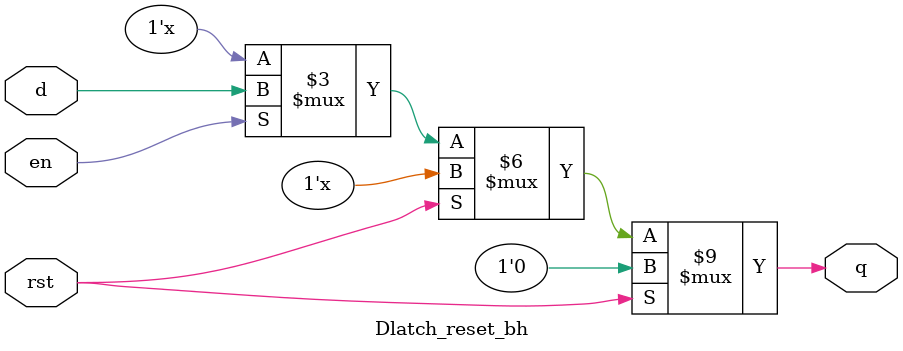
<source format=v>
/*************************************
    D Latch - Behavioural with reset
*************************************/

module Dlatch_reset_bh(q,d,en,rst);

input en,d,rst;
output reg q;

always@(en,q,rst)
begin
    if(rst)
        q=1'b0;
    else if(en)
        q=d;
end
    
endmodule

</source>
